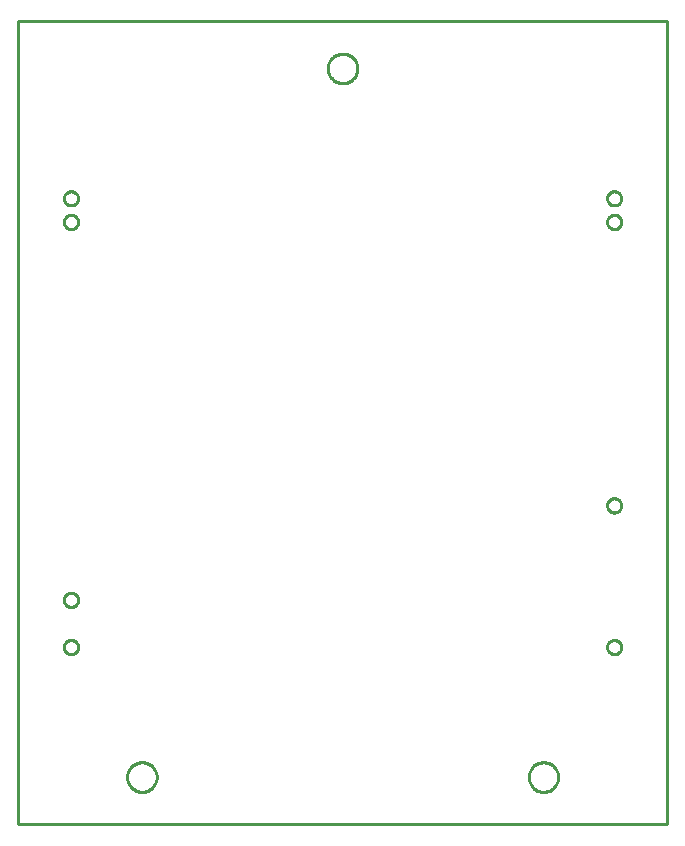
<source format=gbr>
G04 EAGLE Gerber RS-274X export*
G75*
%MOMM*%
%FSLAX34Y34*%
%LPD*%
%IN*%
%IPPOS*%
%AMOC8*
5,1,8,0,0,1.08239X$1,22.5*%
G01*
%ADD10C,0.254000*%


D10*
X-680Y360D02*
X549320Y360D01*
X549320Y680360D01*
X-680Y680360D01*
X-680Y360D01*
X286820Y639869D02*
X286743Y638890D01*
X286589Y637920D01*
X286360Y636964D01*
X286056Y636030D01*
X285681Y635123D01*
X285235Y634248D01*
X284721Y633410D01*
X284144Y632615D01*
X283506Y631868D01*
X282812Y631174D01*
X282065Y630536D01*
X281270Y629959D01*
X280432Y629445D01*
X279557Y628999D01*
X278650Y628624D01*
X277716Y628320D01*
X276761Y628091D01*
X275790Y627937D01*
X274811Y627860D01*
X273829Y627860D01*
X272850Y627937D01*
X271880Y628091D01*
X270924Y628320D01*
X269990Y628624D01*
X269083Y628999D01*
X268208Y629445D01*
X267370Y629959D01*
X266575Y630536D01*
X265828Y631174D01*
X265134Y631868D01*
X264496Y632615D01*
X263919Y633410D01*
X263405Y634248D01*
X262959Y635123D01*
X262584Y636030D01*
X262280Y636964D01*
X262051Y637920D01*
X261897Y638890D01*
X261820Y639869D01*
X261820Y640851D01*
X261897Y641830D01*
X262051Y642801D01*
X262280Y643756D01*
X262584Y644690D01*
X262959Y645597D01*
X263405Y646472D01*
X263919Y647310D01*
X264496Y648105D01*
X265134Y648852D01*
X265828Y649546D01*
X266575Y650184D01*
X267370Y650761D01*
X268208Y651275D01*
X269083Y651721D01*
X269990Y652096D01*
X270924Y652400D01*
X271880Y652629D01*
X272850Y652783D01*
X273829Y652860D01*
X274811Y652860D01*
X275790Y652783D01*
X276761Y652629D01*
X277716Y652400D01*
X278650Y652096D01*
X279557Y651721D01*
X280432Y651275D01*
X281270Y650761D01*
X282065Y650184D01*
X282812Y649546D01*
X283506Y648852D01*
X284144Y648105D01*
X284721Y647310D01*
X285235Y646472D01*
X285681Y645597D01*
X286056Y644690D01*
X286360Y643756D01*
X286589Y642801D01*
X286743Y641830D01*
X286820Y640851D01*
X286820Y639869D01*
X456820Y39869D02*
X456743Y38890D01*
X456589Y37920D01*
X456360Y36964D01*
X456056Y36030D01*
X455681Y35123D01*
X455235Y34248D01*
X454721Y33410D01*
X454144Y32615D01*
X453506Y31868D01*
X452812Y31174D01*
X452065Y30536D01*
X451270Y29959D01*
X450432Y29445D01*
X449557Y28999D01*
X448650Y28624D01*
X447716Y28320D01*
X446761Y28091D01*
X445790Y27937D01*
X444811Y27860D01*
X443829Y27860D01*
X442850Y27937D01*
X441880Y28091D01*
X440924Y28320D01*
X439990Y28624D01*
X439083Y28999D01*
X438208Y29445D01*
X437370Y29959D01*
X436575Y30536D01*
X435828Y31174D01*
X435134Y31868D01*
X434496Y32615D01*
X433919Y33410D01*
X433405Y34248D01*
X432959Y35123D01*
X432584Y36030D01*
X432280Y36964D01*
X432051Y37920D01*
X431897Y38890D01*
X431820Y39869D01*
X431820Y40851D01*
X431897Y41830D01*
X432051Y42801D01*
X432280Y43756D01*
X432584Y44690D01*
X432959Y45597D01*
X433405Y46472D01*
X433919Y47310D01*
X434496Y48105D01*
X435134Y48852D01*
X435828Y49546D01*
X436575Y50184D01*
X437370Y50761D01*
X438208Y51275D01*
X439083Y51721D01*
X439990Y52096D01*
X440924Y52400D01*
X441880Y52629D01*
X442850Y52783D01*
X443829Y52860D01*
X444811Y52860D01*
X445790Y52783D01*
X446761Y52629D01*
X447716Y52400D01*
X448650Y52096D01*
X449557Y51721D01*
X450432Y51275D01*
X451270Y50761D01*
X452065Y50184D01*
X452812Y49546D01*
X453506Y48852D01*
X454144Y48105D01*
X454721Y47310D01*
X455235Y46472D01*
X455681Y45597D01*
X456056Y44690D01*
X456360Y43756D01*
X456589Y42801D01*
X456743Y41830D01*
X456820Y40851D01*
X456820Y39869D01*
X116820Y39869D02*
X116743Y38890D01*
X116589Y37920D01*
X116360Y36964D01*
X116056Y36030D01*
X115681Y35123D01*
X115235Y34248D01*
X114721Y33410D01*
X114144Y32615D01*
X113506Y31868D01*
X112812Y31174D01*
X112065Y30536D01*
X111270Y29959D01*
X110432Y29445D01*
X109557Y28999D01*
X108650Y28624D01*
X107716Y28320D01*
X106761Y28091D01*
X105790Y27937D01*
X104811Y27860D01*
X103829Y27860D01*
X102850Y27937D01*
X101880Y28091D01*
X100924Y28320D01*
X99990Y28624D01*
X99083Y28999D01*
X98208Y29445D01*
X97370Y29959D01*
X96575Y30536D01*
X95828Y31174D01*
X95134Y31868D01*
X94496Y32615D01*
X93919Y33410D01*
X93405Y34248D01*
X92959Y35123D01*
X92584Y36030D01*
X92280Y36964D01*
X92051Y37920D01*
X91897Y38890D01*
X91820Y39869D01*
X91820Y40851D01*
X91897Y41830D01*
X92051Y42801D01*
X92280Y43756D01*
X92584Y44690D01*
X92959Y45597D01*
X93405Y46472D01*
X93919Y47310D01*
X94496Y48105D01*
X95134Y48852D01*
X95828Y49546D01*
X96575Y50184D01*
X97370Y50761D01*
X98208Y51275D01*
X99083Y51721D01*
X99990Y52096D01*
X100924Y52400D01*
X101880Y52629D01*
X102850Y52783D01*
X103829Y52860D01*
X104811Y52860D01*
X105790Y52783D01*
X106761Y52629D01*
X107716Y52400D01*
X108650Y52096D01*
X109557Y51721D01*
X110432Y51275D01*
X111270Y50761D01*
X112065Y50184D01*
X112812Y49546D01*
X113506Y48852D01*
X114144Y48105D01*
X114721Y47310D01*
X115235Y46472D01*
X115681Y45597D01*
X116056Y44690D01*
X116360Y43756D01*
X116589Y42801D01*
X116743Y41830D01*
X116820Y40851D01*
X116820Y39869D01*
X510320Y150023D02*
X510245Y149353D01*
X510095Y148696D01*
X509872Y148060D01*
X509580Y147453D01*
X509221Y146883D01*
X508801Y146356D01*
X508324Y145879D01*
X507798Y145459D01*
X507227Y145100D01*
X506620Y144808D01*
X505984Y144585D01*
X505327Y144435D01*
X504657Y144360D01*
X503983Y144360D01*
X503313Y144435D01*
X502656Y144585D01*
X502020Y144808D01*
X501413Y145100D01*
X500843Y145459D01*
X500316Y145879D01*
X499839Y146356D01*
X499419Y146883D01*
X499060Y147453D01*
X498768Y148060D01*
X498545Y148696D01*
X498395Y149353D01*
X498320Y150023D01*
X498320Y150697D01*
X498395Y151367D01*
X498545Y152024D01*
X498768Y152660D01*
X499060Y153267D01*
X499419Y153838D01*
X499839Y154364D01*
X500316Y154841D01*
X500843Y155261D01*
X501413Y155620D01*
X502020Y155912D01*
X502656Y156135D01*
X503313Y156285D01*
X503983Y156360D01*
X504657Y156360D01*
X505327Y156285D01*
X505984Y156135D01*
X506620Y155912D01*
X507227Y155620D01*
X507798Y155261D01*
X508324Y154841D01*
X508801Y154364D01*
X509221Y153838D01*
X509580Y153267D01*
X509872Y152660D01*
X510095Y152024D01*
X510245Y151367D01*
X510320Y150697D01*
X510320Y150023D01*
X510320Y270023D02*
X510245Y269353D01*
X510095Y268696D01*
X509872Y268060D01*
X509580Y267453D01*
X509221Y266883D01*
X508801Y266356D01*
X508324Y265879D01*
X507798Y265459D01*
X507227Y265100D01*
X506620Y264808D01*
X505984Y264585D01*
X505327Y264435D01*
X504657Y264360D01*
X503983Y264360D01*
X503313Y264435D01*
X502656Y264585D01*
X502020Y264808D01*
X501413Y265100D01*
X500843Y265459D01*
X500316Y265879D01*
X499839Y266356D01*
X499419Y266883D01*
X499060Y267453D01*
X498768Y268060D01*
X498545Y268696D01*
X498395Y269353D01*
X498320Y270023D01*
X498320Y270697D01*
X498395Y271367D01*
X498545Y272024D01*
X498768Y272660D01*
X499060Y273267D01*
X499419Y273838D01*
X499839Y274364D01*
X500316Y274841D01*
X500843Y275261D01*
X501413Y275620D01*
X502020Y275912D01*
X502656Y276135D01*
X503313Y276285D01*
X503983Y276360D01*
X504657Y276360D01*
X505327Y276285D01*
X505984Y276135D01*
X506620Y275912D01*
X507227Y275620D01*
X507798Y275261D01*
X508324Y274841D01*
X508801Y274364D01*
X509221Y273838D01*
X509580Y273267D01*
X509872Y272660D01*
X510095Y272024D01*
X510245Y271367D01*
X510320Y270697D01*
X510320Y270023D01*
X50320Y190023D02*
X50245Y189353D01*
X50095Y188696D01*
X49872Y188060D01*
X49580Y187453D01*
X49221Y186883D01*
X48801Y186356D01*
X48324Y185879D01*
X47798Y185459D01*
X47227Y185100D01*
X46620Y184808D01*
X45984Y184585D01*
X45327Y184435D01*
X44657Y184360D01*
X43983Y184360D01*
X43313Y184435D01*
X42656Y184585D01*
X42020Y184808D01*
X41413Y185100D01*
X40843Y185459D01*
X40316Y185879D01*
X39839Y186356D01*
X39419Y186883D01*
X39060Y187453D01*
X38768Y188060D01*
X38545Y188696D01*
X38395Y189353D01*
X38320Y190023D01*
X38320Y190697D01*
X38395Y191367D01*
X38545Y192024D01*
X38768Y192660D01*
X39060Y193267D01*
X39419Y193838D01*
X39839Y194364D01*
X40316Y194841D01*
X40843Y195261D01*
X41413Y195620D01*
X42020Y195912D01*
X42656Y196135D01*
X43313Y196285D01*
X43983Y196360D01*
X44657Y196360D01*
X45327Y196285D01*
X45984Y196135D01*
X46620Y195912D01*
X47227Y195620D01*
X47798Y195261D01*
X48324Y194841D01*
X48801Y194364D01*
X49221Y193838D01*
X49580Y193267D01*
X49872Y192660D01*
X50095Y192024D01*
X50245Y191367D01*
X50320Y190697D01*
X50320Y190023D01*
X50320Y150023D02*
X50245Y149353D01*
X50095Y148696D01*
X49872Y148060D01*
X49580Y147453D01*
X49221Y146883D01*
X48801Y146356D01*
X48324Y145879D01*
X47798Y145459D01*
X47227Y145100D01*
X46620Y144808D01*
X45984Y144585D01*
X45327Y144435D01*
X44657Y144360D01*
X43983Y144360D01*
X43313Y144435D01*
X42656Y144585D01*
X42020Y144808D01*
X41413Y145100D01*
X40843Y145459D01*
X40316Y145879D01*
X39839Y146356D01*
X39419Y146883D01*
X39060Y147453D01*
X38768Y148060D01*
X38545Y148696D01*
X38395Y149353D01*
X38320Y150023D01*
X38320Y150697D01*
X38395Y151367D01*
X38545Y152024D01*
X38768Y152660D01*
X39060Y153267D01*
X39419Y153838D01*
X39839Y154364D01*
X40316Y154841D01*
X40843Y155261D01*
X41413Y155620D01*
X42020Y155912D01*
X42656Y156135D01*
X43313Y156285D01*
X43983Y156360D01*
X44657Y156360D01*
X45327Y156285D01*
X45984Y156135D01*
X46620Y155912D01*
X47227Y155620D01*
X47798Y155261D01*
X48324Y154841D01*
X48801Y154364D01*
X49221Y153838D01*
X49580Y153267D01*
X49872Y152660D01*
X50095Y152024D01*
X50245Y151367D01*
X50320Y150697D01*
X50320Y150023D01*
X50320Y510023D02*
X50245Y509353D01*
X50095Y508696D01*
X49872Y508060D01*
X49580Y507453D01*
X49221Y506883D01*
X48801Y506356D01*
X48324Y505879D01*
X47798Y505459D01*
X47227Y505100D01*
X46620Y504808D01*
X45984Y504585D01*
X45327Y504435D01*
X44657Y504360D01*
X43983Y504360D01*
X43313Y504435D01*
X42656Y504585D01*
X42020Y504808D01*
X41413Y505100D01*
X40843Y505459D01*
X40316Y505879D01*
X39839Y506356D01*
X39419Y506883D01*
X39060Y507453D01*
X38768Y508060D01*
X38545Y508696D01*
X38395Y509353D01*
X38320Y510023D01*
X38320Y510697D01*
X38395Y511367D01*
X38545Y512024D01*
X38768Y512660D01*
X39060Y513267D01*
X39419Y513838D01*
X39839Y514364D01*
X40316Y514841D01*
X40843Y515261D01*
X41413Y515620D01*
X42020Y515912D01*
X42656Y516135D01*
X43313Y516285D01*
X43983Y516360D01*
X44657Y516360D01*
X45327Y516285D01*
X45984Y516135D01*
X46620Y515912D01*
X47227Y515620D01*
X47798Y515261D01*
X48324Y514841D01*
X48801Y514364D01*
X49221Y513838D01*
X49580Y513267D01*
X49872Y512660D01*
X50095Y512024D01*
X50245Y511367D01*
X50320Y510697D01*
X50320Y510023D01*
X50320Y530023D02*
X50245Y529353D01*
X50095Y528696D01*
X49872Y528060D01*
X49580Y527453D01*
X49221Y526883D01*
X48801Y526356D01*
X48324Y525879D01*
X47798Y525459D01*
X47227Y525100D01*
X46620Y524808D01*
X45984Y524585D01*
X45327Y524435D01*
X44657Y524360D01*
X43983Y524360D01*
X43313Y524435D01*
X42656Y524585D01*
X42020Y524808D01*
X41413Y525100D01*
X40843Y525459D01*
X40316Y525879D01*
X39839Y526356D01*
X39419Y526883D01*
X39060Y527453D01*
X38768Y528060D01*
X38545Y528696D01*
X38395Y529353D01*
X38320Y530023D01*
X38320Y530697D01*
X38395Y531367D01*
X38545Y532024D01*
X38768Y532660D01*
X39060Y533267D01*
X39419Y533838D01*
X39839Y534364D01*
X40316Y534841D01*
X40843Y535261D01*
X41413Y535620D01*
X42020Y535912D01*
X42656Y536135D01*
X43313Y536285D01*
X43983Y536360D01*
X44657Y536360D01*
X45327Y536285D01*
X45984Y536135D01*
X46620Y535912D01*
X47227Y535620D01*
X47798Y535261D01*
X48324Y534841D01*
X48801Y534364D01*
X49221Y533838D01*
X49580Y533267D01*
X49872Y532660D01*
X50095Y532024D01*
X50245Y531367D01*
X50320Y530697D01*
X50320Y530023D01*
X510320Y510023D02*
X510245Y509353D01*
X510095Y508696D01*
X509872Y508060D01*
X509580Y507453D01*
X509221Y506883D01*
X508801Y506356D01*
X508324Y505879D01*
X507798Y505459D01*
X507227Y505100D01*
X506620Y504808D01*
X505984Y504585D01*
X505327Y504435D01*
X504657Y504360D01*
X503983Y504360D01*
X503313Y504435D01*
X502656Y504585D01*
X502020Y504808D01*
X501413Y505100D01*
X500843Y505459D01*
X500316Y505879D01*
X499839Y506356D01*
X499419Y506883D01*
X499060Y507453D01*
X498768Y508060D01*
X498545Y508696D01*
X498395Y509353D01*
X498320Y510023D01*
X498320Y510697D01*
X498395Y511367D01*
X498545Y512024D01*
X498768Y512660D01*
X499060Y513267D01*
X499419Y513838D01*
X499839Y514364D01*
X500316Y514841D01*
X500843Y515261D01*
X501413Y515620D01*
X502020Y515912D01*
X502656Y516135D01*
X503313Y516285D01*
X503983Y516360D01*
X504657Y516360D01*
X505327Y516285D01*
X505984Y516135D01*
X506620Y515912D01*
X507227Y515620D01*
X507798Y515261D01*
X508324Y514841D01*
X508801Y514364D01*
X509221Y513838D01*
X509580Y513267D01*
X509872Y512660D01*
X510095Y512024D01*
X510245Y511367D01*
X510320Y510697D01*
X510320Y510023D01*
X510320Y530023D02*
X510245Y529353D01*
X510095Y528696D01*
X509872Y528060D01*
X509580Y527453D01*
X509221Y526883D01*
X508801Y526356D01*
X508324Y525879D01*
X507798Y525459D01*
X507227Y525100D01*
X506620Y524808D01*
X505984Y524585D01*
X505327Y524435D01*
X504657Y524360D01*
X503983Y524360D01*
X503313Y524435D01*
X502656Y524585D01*
X502020Y524808D01*
X501413Y525100D01*
X500843Y525459D01*
X500316Y525879D01*
X499839Y526356D01*
X499419Y526883D01*
X499060Y527453D01*
X498768Y528060D01*
X498545Y528696D01*
X498395Y529353D01*
X498320Y530023D01*
X498320Y530697D01*
X498395Y531367D01*
X498545Y532024D01*
X498768Y532660D01*
X499060Y533267D01*
X499419Y533838D01*
X499839Y534364D01*
X500316Y534841D01*
X500843Y535261D01*
X501413Y535620D01*
X502020Y535912D01*
X502656Y536135D01*
X503313Y536285D01*
X503983Y536360D01*
X504657Y536360D01*
X505327Y536285D01*
X505984Y536135D01*
X506620Y535912D01*
X507227Y535620D01*
X507798Y535261D01*
X508324Y534841D01*
X508801Y534364D01*
X509221Y533838D01*
X509580Y533267D01*
X509872Y532660D01*
X510095Y532024D01*
X510245Y531367D01*
X510320Y530697D01*
X510320Y530023D01*
M02*

</source>
